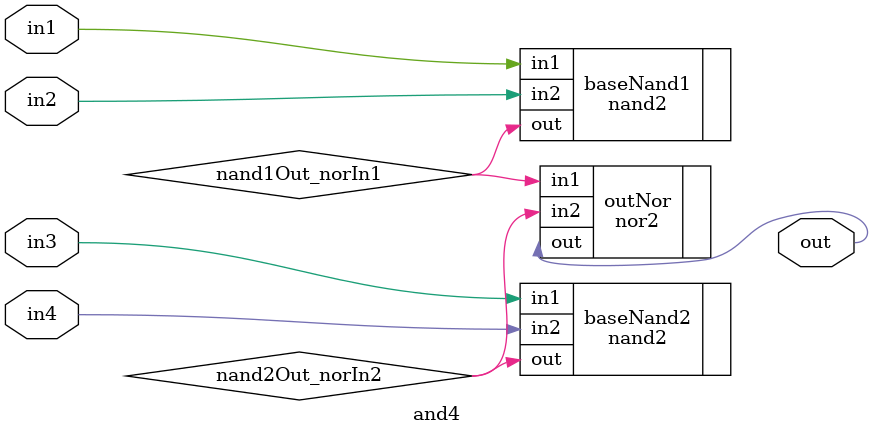
<source format=v>
/*
    CS/ECE 552 Spring '22
    Homework #1, Problem 2

    4 input AND built out of required gates
*/
module and4 (in1, in2, in3, in4, out);
    input   in1, in2, in3, in4;
    output  out;

    wire    nand1Out_norIn1, nand2Out_norIn2;

    // one way to create a 4-input AND out of NANDs, NORs, and NOTs is
    // to have 2 2-input NANDs followed by a 2-input NOR
    nand2 baseNand1 (// OUTPUT
		     .out(nand1Out_norIn1),
		     // INPUT
		     .in1(in1),
		     .in2(in2)
		     );

    nand2 baseNand2 (// OUTPUT
		     .out(nand2Out_norIn2),
		     // INPUT
		     .in1(in3),
		     .in2(in4)
		     );

    // now use a NOR2 to get a 4-input AND
    nor2 outNor (// OUTPUT
		 .out(out),
		 // INPUT
		 .in1(nand1Out_norIn1),
		 .in2(nand2Out_norIn2)
		 );

endmodule

</source>
